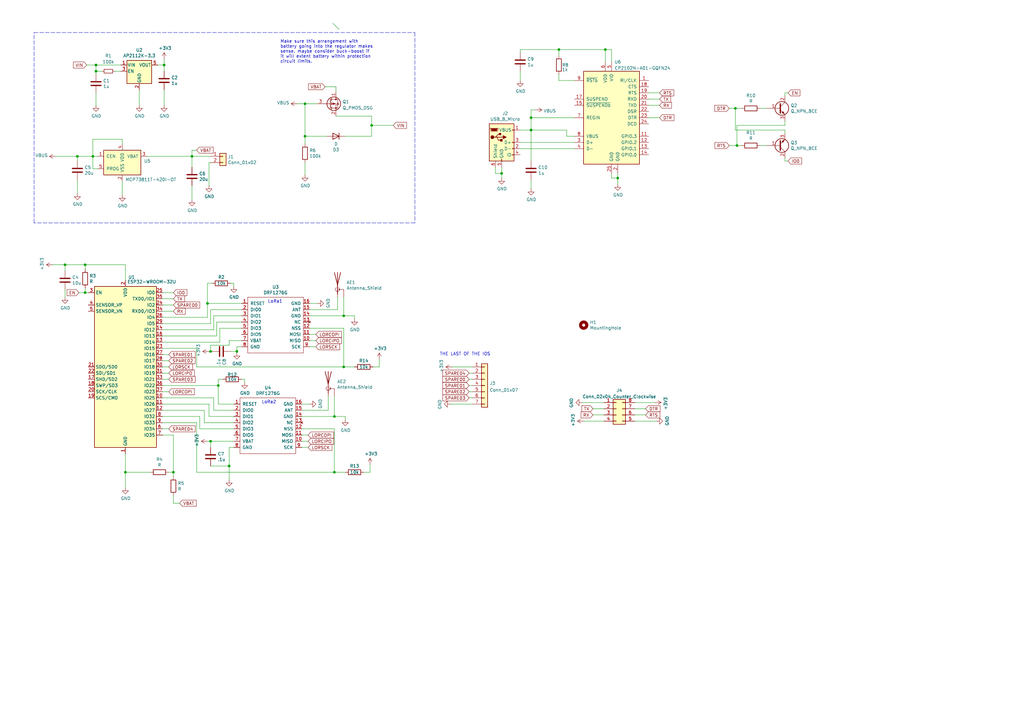
<source format=kicad_sch>
(kicad_sch (version 20211123) (generator eeschema)
  (paper "A3")
  (lib_symbols
    (symbol "Battery_Management:MCP73811T-420I-OT" (pin_names (offset 1.016))
      (property "Reference" "U" (at -6.35 6.35 0))
      (property "Value" "MCP73811T-420I-OT" (at 1.27 6.35 0))
      (symbol "MCP73811T-420I-OT_1_1"
        (pin input line (at -10.16 2.54 0) (length 2.54) (name "CEN") (number "1"))
        (pin power_in line (at 0 -7.62 90) (length 2.54) (name "VSS") (number "2"))
        (pin power_out line (at 10.16 2.54 180) (length 2.54) (name "VBAT") (number "3"))
        (pin power_in line (at 0 7.62 270) (length 2.54) (name "VDD") (number "4"))
        (pin input line (at -10.16 -2.54 0) (length 2.54) (name "PROG") (number "5"))
      )
    )
    (symbol "Connector_Generic:Conn_01x02" (pin_names (offset 1.016) hide)
      (property "Reference" "J" (at 0 2.54 0))
      (property "Value" "Conn_01x02" (at 0 -5.08 0))
      (symbol "Conn_01x02_1_1"
        (pin passive line (at -5.08 0 0) (length 3.81) (name "Pin_1") (number "1"))
        (pin passive line (at -5.08 -2.54 0) (length 3.81) (name "Pin_2") (number "2"))
      )
    )
    (symbol "Connector_Generic:Conn_01x07" (pin_names (offset 1.016) hide)
      (property "Reference" "J" (at 0 10.16 0))
      (property "Value" "Conn_01x07" (at 0 -10.16 0))
      (symbol "Conn_01x07_1_1"
        (pin passive line (at -5.08 7.62 0) (length 3.81) (name "Pin_1") (number "1"))
        (pin passive line (at -5.08 5.08 0) (length 3.81) (name "Pin_2") (number "2"))
        (pin passive line (at -5.08 2.54 0) (length 3.81) (name "Pin_3") (number "3"))
        (pin passive line (at -5.08 0 0) (length 3.81) (name "Pin_4") (number "4"))
        (pin passive line (at -5.08 -2.54 0) (length 3.81) (name "Pin_5") (number "5"))
        (pin passive line (at -5.08 -5.08 0) (length 3.81) (name "Pin_6") (number "6"))
        (pin passive line (at -5.08 -7.62 0) (length 3.81) (name "Pin_7") (number "7"))
      )
    )
    (symbol "Connector_Generic:Conn_02x04_Counter_Clockwise" (pin_names (offset 1.016) hide)
      (property "Reference" "J" (at 1.27 5.08 0))
      (property "Value" "Conn_02x04_Counter_Clockwise" (at 1.27 -7.62 0))
      (symbol "Conn_02x04_Counter_Clockwise_1_1"
        (pin passive line (at -5.08 2.54 0) (length 3.81) (name "Pin_1") (number "1"))
        (pin passive line (at -5.08 0 0) (length 3.81) (name "Pin_2") (number "2"))
        (pin passive line (at -5.08 -2.54 0) (length 3.81) (name "Pin_3") (number "3"))
        (pin passive line (at -5.08 -5.08 0) (length 3.81) (name "Pin_4") (number "4"))
        (pin passive line (at 7.62 -5.08 180) (length 3.81) (name "Pin_5") (number "5"))
        (pin passive line (at 7.62 -2.54 180) (length 3.81) (name "Pin_6") (number "6"))
        (pin passive line (at 7.62 0 180) (length 3.81) (name "Pin_7") (number "7"))
        (pin passive line (at 7.62 2.54 180) (length 3.81) (name "Pin_8") (number "8"))
      )
    )
    (symbol "Device:Antenna_Shield" (pin_numbers hide) (pin_names (offset 1.016) hide)
      (property "Reference" "AE" (at -1.905 4.445 0))
      (property "Value" "Antenna_Shield" (at -1.905 2.54 0))
      (symbol "Antenna_Shield_1_1"
        (pin input line (at 0 -5.08 90) (length 2.54) (name "A") (number "1"))
        (pin input line (at 2.54 -5.08 90) (length 2.54) (name "Shield") (number "2"))
      )
    )
    (symbol "Device:C" (pin_numbers hide) (pin_names (offset 0.254))
      (property "Reference" "C" (at 0.635 2.54 0))
      (property "Value" "C" (at 0.635 -2.54 0))
      (symbol "C_1_1"
        (pin passive line (at 0 3.81 270) (length 2.794) (name "~") (number "1"))
        (pin passive line (at 0 -3.81 90) (length 2.794) (name "~") (number "2"))
      )
    )
    (symbol "Device:D" (pin_numbers hide) (pin_names (offset 1.016) hide)
      (property "Reference" "D" (at 0 2.54 0))
      (property "Value" "D" (at 0 -2.54 0))
      (symbol "D_1_1"
        (pin passive line (at -3.81 0 0) (length 2.54) (name "K") (number "1"))
        (pin passive line (at 3.81 0 180) (length 2.54) (name "A") (number "2"))
      )
    )
    (symbol "Device:Q_NPN_BCE" (pin_names (offset 0) hide)
      (property "Reference" "Q" (at 5.08 1.27 0))
      (property "Value" "Q_NPN_BCE" (at 5.08 -1.27 0))
      (symbol "Q_NPN_BCE_1_1"
        (pin input line (at -5.08 0 0) (length 5.715) (name "B") (number "1"))
        (pin passive line (at 2.54 5.08 270) (length 2.54) (name "C") (number "2"))
        (pin passive line (at 2.54 -5.08 90) (length 2.54) (name "E") (number "3"))
      )
    )
    (symbol "Device:Q_PMOS_DSG" (pin_names (offset 0) hide)
      (property "Reference" "Q" (at 5.08 1.27 0))
      (property "Value" "Q_PMOS_DSG" (at 5.08 -1.27 0))
      (symbol "Q_PMOS_DSG_1_1"
        (pin passive line (at 2.54 5.08 270) (length 2.54) (name "D") (number "1"))
        (pin passive line (at 2.54 -5.08 90) (length 2.54) (name "S") (number "2"))
        (pin input line (at -5.08 0 0) (length 2.54) (name "G") (number "3"))
      )
    )
    (symbol "Device:R" (pin_numbers hide) (pin_names (offset 0))
      (property "Reference" "R" (at 2.032 0 90))
      (property "Value" "R" (at 0 0 90))
      (symbol "R_1_1"
        (pin passive line (at 0 3.81 270) (length 1.27) (name "~") (number "1"))
        (pin passive line (at 0 -3.81 90) (length 1.27) (name "~") (number "2"))
      )
    )
    (symbol "Device:R_Small" (pin_numbers hide) (pin_names (offset 0.254) hide)
      (property "Reference" "R" (at 0.762 0.508 0))
      (property "Value" "R_Small" (at 0.762 -1.016 0))
      (symbol "R_Small_1_1"
        (pin passive line (at 0 2.54 270) (length 0.762) (name "~") (number "1"))
        (pin passive line (at 0 -2.54 90) (length 0.762) (name "~") (number "2"))
      )
    )
    (symbol "Interface_USB:CP2102N-A01-GQFN24" (pin_names (offset 1.016))
      (property "Reference" "U" (at -5.08 22.225 0))
      (property "Value" "Interface_USB_CP2102N-A01-GQFN24" (at -5.08 20.32 0))
      (symbol "CP2102N-A01-GQFN24_1_1"
        (pin bidirectional line (at 15.24 15.24 180) (length 3.81) (name "RI/CLK") (number "1"))
        (pin no_connect line (at 10.16 -22.86 90) (length 3.81) hide (name "NC") (number "10"))
        (pin bidirectional line (at 15.24 -7.62 180) (length 3.81) (name "GPIO.3") (number "11"))
        (pin bidirectional line (at 15.24 -10.16 180) (length 3.81) (name "GPIO.2") (number "12"))
        (pin bidirectional line (at 15.24 -12.7 180) (length 3.81) (name "GPIO.1") (number "13"))
        (pin bidirectional line (at 15.24 -15.24 180) (length 3.81) (name "GPIO.0") (number "14"))
        (pin output line (at -15.24 5.08 0) (length 3.81) (name "~{SUSPENDb}") (number "15"))
        (pin no_connect line (at 7.62 -22.86 90) (length 3.81) hide (name "NC") (number "16"))
        (pin output line (at -15.24 7.62 0) (length 3.81) (name "SUSPEND") (number "17"))
        (pin input line (at 15.24 12.7 180) (length 3.81) (name "CTS") (number "18"))
        (pin output line (at 15.24 10.16 180) (length 3.81) (name "RTS") (number "19"))
        (pin power_in line (at 2.54 -22.86 90) (length 3.81) (name "GND") (number "2"))
        (pin input line (at 15.24 7.62 180) (length 3.81) (name "RXD") (number "20"))
        (pin output line (at 15.24 5.08 180) (length 3.81) (name "TXD") (number "21"))
        (pin input line (at 15.24 2.54 180) (length 3.81) (name "DSR") (number "22"))
        (pin output line (at 15.24 0 180) (length 3.81) (name "DTR") (number "23"))
        (pin input line (at 15.24 -2.54 180) (length 3.81) (name "DCD") (number "24"))
        (pin power_in line (at 0 -22.86 90) (length 3.81) (name "GND") (number "25"))
        (pin bidirectional line (at -15.24 -10.16 0) (length 3.81) (name "D+") (number "3"))
        (pin bidirectional line (at -15.24 -12.7 0) (length 3.81) (name "D-") (number "4"))
        (pin power_in line (at 0 22.86 270) (length 3.81) (name "VIO") (number "5"))
        (pin power_in line (at -2.54 22.86 270) (length 3.81) (name "VDD") (number "6"))
        (pin power_in line (at -15.24 0 0) (length 3.81) (name "REGIN") (number "7"))
        (pin input line (at -15.24 -7.62 0) (length 3.81) (name "VBUS") (number "8"))
        (pin input line (at -15.24 15.24 0) (length 3.81) (name "~{RSTb}") (number "9"))
      )
    )
    (symbol "Mechanical:MountingHole" (pin_names (offset 1.016))
      (property "Reference" "H" (at 0 5.08 0))
      (property "Value" "MountingHole" (at 0 3.175 0))
    )
    (symbol "RF_Module:ESP32-WROOM-32U"
      (property "Reference" "U" (at -12.7 34.29 0))
      (property "Value" "ESP32-WROOM-32U" (at 1.27 34.29 0))
      (symbol "ESP32-WROOM-32U_1_1"
        (pin power_in line (at 0 -35.56 90) (length 2.54) (name "GND") (number "1"))
        (pin bidirectional line (at 15.24 -12.7 180) (length 2.54) (name "IO25") (number "10"))
        (pin bidirectional line (at 15.24 -15.24 180) (length 2.54) (name "IO26") (number "11"))
        (pin bidirectional line (at 15.24 -17.78 180) (length 2.54) (name "IO27") (number "12"))
        (pin bidirectional line (at 15.24 10.16 180) (length 2.54) (name "IO14") (number "13"))
        (pin bidirectional line (at 15.24 15.24 180) (length 2.54) (name "IO12") (number "14"))
        (pin passive line (at 0 -35.56 90) (length 2.54) hide (name "GND") (number "15"))
        (pin bidirectional line (at 15.24 12.7 180) (length 2.54) (name "IO13") (number "16"))
        (pin bidirectional line (at -15.24 -5.08 0) (length 2.54) (name "SHD/SD2") (number "17"))
        (pin bidirectional line (at -15.24 -7.62 0) (length 2.54) (name "SWP/SD3") (number "18"))
        (pin bidirectional line (at -15.24 -12.7 0) (length 2.54) (name "SCS/CMD") (number "19"))
        (pin power_in line (at 0 35.56 270) (length 2.54) (name "VDD") (number "2"))
        (pin bidirectional line (at -15.24 -10.16 0) (length 2.54) (name "SCK/CLK") (number "20"))
        (pin bidirectional line (at -15.24 0 0) (length 2.54) (name "SDO/SD0") (number "21"))
        (pin bidirectional line (at -15.24 -2.54 0) (length 2.54) (name "SDI/SD1") (number "22"))
        (pin bidirectional line (at 15.24 7.62 180) (length 2.54) (name "IO15") (number "23"))
        (pin bidirectional line (at 15.24 25.4 180) (length 2.54) (name "IO2") (number "24"))
        (pin bidirectional line (at 15.24 30.48 180) (length 2.54) (name "IO0") (number "25"))
        (pin bidirectional line (at 15.24 20.32 180) (length 2.54) (name "IO4") (number "26"))
        (pin bidirectional line (at 15.24 5.08 180) (length 2.54) (name "IO16") (number "27"))
        (pin bidirectional line (at 15.24 2.54 180) (length 2.54) (name "IO17") (number "28"))
        (pin bidirectional line (at 15.24 17.78 180) (length 2.54) (name "IO5") (number "29"))
        (pin input line (at -15.24 30.48 0) (length 2.54) (name "EN") (number "3"))
        (pin bidirectional line (at 15.24 0 180) (length 2.54) (name "IO18") (number "30"))
        (pin bidirectional line (at 15.24 -2.54 180) (length 2.54) (name "IO19") (number "31"))
        (pin no_connect line (at -12.7 -27.94 0) (length 2.54) hide (name "NC") (number "32"))
        (pin bidirectional line (at 15.24 -5.08 180) (length 2.54) (name "IO21") (number "33"))
        (pin bidirectional line (at 15.24 22.86 180) (length 2.54) (name "RXD0/IO3") (number "34"))
        (pin bidirectional line (at 15.24 27.94 180) (length 2.54) (name "TXD0/IO1") (number "35"))
        (pin bidirectional line (at 15.24 -7.62 180) (length 2.54) (name "IO22") (number "36"))
        (pin bidirectional line (at 15.24 -10.16 180) (length 2.54) (name "IO23") (number "37"))
        (pin passive line (at 0 -35.56 90) (length 2.54) hide (name "GND") (number "38"))
        (pin passive line (at 0 -35.56 90) (length 2.54) hide (name "GND") (number "39"))
        (pin input line (at -15.24 25.4 0) (length 2.54) (name "SENSOR_VP") (number "4"))
        (pin input line (at -15.24 22.86 0) (length 2.54) (name "SENSOR_VN") (number "5"))
        (pin input line (at 15.24 -25.4 180) (length 2.54) (name "IO34") (number "6"))
        (pin input line (at 15.24 -27.94 180) (length 2.54) (name "IO35") (number "7"))
        (pin bidirectional line (at 15.24 -20.32 180) (length 2.54) (name "IO32") (number "8"))
        (pin bidirectional line (at 15.24 -22.86 180) (length 2.54) (name "IO33") (number "9"))
      )
    )
    (symbol "Regulator_Linear:AP2112K-3.3" (pin_names (offset 0.254))
      (property "Reference" "U" (at -5.08 5.715 0))
      (property "Value" "AP2112K-3.3" (at 0 5.715 0))
      (symbol "AP2112K-3.3_1_1"
        (pin power_in line (at -7.62 2.54 0) (length 2.54) (name "VIN") (number "1"))
        (pin power_in line (at 0 -7.62 90) (length 2.54) (name "GND") (number "2"))
        (pin input line (at -7.62 0 0) (length 2.54) (name "EN") (number "3"))
        (pin no_connect line (at 5.08 0 180) (length 2.54) hide (name "NC") (number "4"))
        (pin power_out line (at 7.62 2.54 180) (length 2.54) (name "VOUT") (number "5"))
      )
    )
    (symbol "loranet2-rescue:USB_B_Micro-Connector" (pin_names (offset 1.016))
      (property "Reference" "J" (at -5.08 11.43 0))
      (property "Value" "USB_B_Micro-Connector" (at -5.08 8.89 0))
      (symbol "USB_B_Micro-Connector_1_1"
        (pin power_out line (at 7.62 5.08 180) (length 2.54) (name "VBUS") (number "1"))
        (pin passive line (at 7.62 -2.54 180) (length 2.54) (name "D-") (number "2"))
        (pin passive line (at 7.62 0 180) (length 2.54) (name "D+") (number "3"))
        (pin passive line (at 7.62 -5.08 180) (length 2.54) (name "ID") (number "4"))
        (pin power_out line (at 0 -10.16 90) (length 2.54) (name "GND") (number "5"))
        (pin passive line (at -2.54 -10.16 90) (length 2.54) (name "Shield") (number "6"))
      )
    )
    (symbol "loranet2:DRF1276G" (pin_names (offset 1.016))
      (property "Reference" "U" (at 0 -12.7 0))
      (property "Value" "DRF1276G" (at 0 15.24 0))
      (symbol "DRF1276G_1_1"
        (pin input line (at -15.24 10.16 0) (length 2.54) (name "RESET") (number "1"))
        (pin bidirectional line (at 12.7 -5.08 180) (length 2.54) (name "MISO") (number "10"))
        (pin bidirectional line (at 12.7 -2.54 180) (length 2.54) (name "MOSI") (number "11"))
        (pin input line (at 12.7 0 180) (length 2.54) (name "NSS") (number "12"))
        (pin no_connect line (at 12.7 2.54 180) (length 2.54) (name "NC") (number "13"))
        (pin power_in line (at 12.7 5.08 180) (length 2.54) (name "GND") (number "14"))
        (pin bidirectional line (at 12.7 7.62 180) (length 2.54) (name "ANT") (number "15"))
        (pin power_in line (at 12.7 10.16 180) (length 2.54) (name "GND") (number "16"))
        (pin bidirectional line (at -15.24 7.62 0) (length 2.54) (name "DIO0") (number "2"))
        (pin bidirectional line (at -15.24 5.08 0) (length 2.54) (name "DIO1") (number "3"))
        (pin bidirectional line (at -15.24 2.54 0) (length 2.54) (name "DIO2") (number "4"))
        (pin bidirectional line (at -15.24 0 0) (length 2.54) (name "DIO3") (number "5"))
        (pin bidirectional line (at -15.24 -2.54 0) (length 2.54) (name "DIO5") (number "6"))
        (pin power_in line (at -15.24 -5.08 0) (length 2.54) (name "VBAT") (number "7"))
        (pin power_in line (at -15.24 -7.62 0) (length 2.54) (name "GND") (number "8"))
        (pin input line (at 12.7 -7.62 180) (length 2.54) (name "SCK") (number "9"))
      )
    )
    (symbol "power:+3V3" (power) (pin_names (offset 0))
      (property "Value" "+3V3" (at 0 3.556 0))
      (symbol "+3V3_1_1"
        (pin power_in line (at 0 0 90) (length 0) hide (name "+3V3") (number "1"))
      )
    )
    (symbol "power:GND" (power) (pin_names (offset 0))
      (property "Value" "GND" (at 0 -3.81 0))
      (symbol "GND_1_1"
        (pin power_in line (at 0 0 270) (length 0) hide (name "GND") (number "1"))
      )
    )
    (symbol "power:VBUS" (power) (pin_names (offset 0))
      (property "Value" "VBUS" (at 0 3.81 0))
      (symbol "VBUS_1_1"
        (pin power_in line (at 0 0 90) (length 0) hide (name "VBUS") (number "1"))
      )
    )
  )
  (junction (at 152.4 51.435))
  (junction (at 137.16 170.815))
  (junction (at 51.435 193.675))
  (junction (at 85.09 124.46))
  (junction (at 205.74 71.12))
  (junction (at 93.98 191.135))
  (junction (at 301.625 44.45))
  (junction (at 125.095 55.88))
  (junction (at 140.97 150.495))
  (junction (at 89.535 158.115))
  (junction (at 97.155 144.145))
  (junction (at 86.36 180.975))
  (junction (at 39.37 29.21))
  (junction (at 67.31 26.67))
  (junction (at 31.75 64.135))
  (junction (at 302.26 59.69))
  (junction (at 86.36 144.145))
  (junction (at 78.74 64.135))
  (junction (at 38.1 64.135))
  (junction (at 39.37 26.67))
  (junction (at 140.97 129.54))
  (junction (at 253.365 73.025))
  (junction (at 248.285 20.32))
  (junction (at 229.235 20.32))
  (junction (at 217.805 53.34))
  (junction (at 217.805 48.26))
  (junction (at 71.12 193.675))
  (junction (at 34.925 120.015))
  (junction (at 34.925 108.585))
  (junction (at 26.67 108.585))
  (junction (at 137.16 193.675))
  (junction (at 125.095 42.545))
  (bus_entry (at 136.525 9.525) (size 2.54 2.54))
  (wire (pts (xy 67.31 26.67) (xy 67.31 24.13)))
  (wire (pts (xy 217.805 48.26) (xy 235.585 48.26)))
  (wire (pts (xy 140.97 134.62) (xy 140.97 150.495)))
  (wire (pts (xy 217.805 48.26) (xy 217.805 45.085)))
  (wire (pts (xy 125.095 42.545) (xy 130.175 42.545)))
  (wire (pts (xy 31.75 64.135) (xy 38.1 64.135)))
  (wire (pts (xy 87.63 163.195) (xy 87.63 168.275)))
  (wire (pts (xy 140.97 150.495) (xy 145.415 150.495)))
  (wire (pts (xy 213.36 53.34) (xy 217.805 53.34)))
  (wire (pts (xy 26.67 108.585) (xy 34.925 108.585)))
  (wire (pts (xy 78.74 64.135) (xy 78.74 68.58)))
  (wire (pts (xy 66.675 135.255) (xy 87.63 135.255)))
  (wire (pts (xy 321.945 53.34) (xy 321.945 54.61)))
  (wire (pts (xy 129.54 139.7) (xy 127 139.7)))
  (wire (pts (xy 89.535 155.575) (xy 91.44 155.575)))
  (wire (pts (xy 125.095 42.545) (xy 125.095 55.88)))
  (wire (pts (xy 86.36 127) (xy 99.06 127)))
  (wire (pts (xy 83.82 168.275) (xy 83.82 173.355)))
  (wire (pts (xy 93.98 139.7) (xy 99.06 139.7)))
  (wire (pts (xy 89.535 155.575) (xy 89.535 158.115)))
  (wire (pts (xy 85.725 66.675) (xy 86.36 66.675)))
  (wire (pts (xy 321.945 64.77) (xy 321.945 66.04)))
  (wire (pts (xy 205.74 71.12) (xy 205.74 73.025)))
  (wire (pts (xy 138.43 127) (xy 138.43 121.92)))
  (wire (pts (xy 270.51 48.26) (xy 266.065 48.26)))
  (wire (pts (xy 21.59 108.585) (xy 26.67 108.585)))
  (wire (pts (xy 81.915 175.895) (xy 81.915 170.815)))
  (wire (pts (xy 321.945 49.53) (xy 321.945 51.435)))
  (wire (pts (xy 85.09 180.975) (xy 86.36 180.975)))
  (wire (pts (xy 93.98 141.605) (xy 93.98 139.7)))
  (wire (pts (xy 137.16 193.675) (xy 141.605 193.675)))
  (wire (pts (xy 260.35 170.18) (xy 264.795 170.18)))
  (wire (pts (xy 86.36 144.145) (xy 85.725 144.145)))
  (wire (pts (xy 137.795 47.625) (xy 152.4 47.625)))
  (wire (pts (xy 51.435 108.585) (xy 51.435 114.935)))
  (wire (pts (xy 149.225 193.675) (xy 151.765 193.675)))
  (wire (pts (xy 217.805 53.34) (xy 217.805 48.26)))
  (wire (pts (xy 95.885 117.475) (xy 95.885 116.205)))
  (wire (pts (xy 39.37 26.67) (xy 39.37 29.21)))
  (wire (pts (xy 41.91 29.21) (xy 39.37 29.21)))
  (wire (pts (xy 311.785 44.45) (xy 314.325 44.45)))
  (wire (pts (xy 71.12 203.2) (xy 71.12 206.375)))
  (wire (pts (xy 34.925 110.49) (xy 34.925 108.585)))
  (wire (pts (xy 127 134.62) (xy 140.97 134.62)))
  (wire (pts (xy 66.675 137.795) (xy 88.9 137.795)))
  (wire (pts (xy 203.2 68.58) (xy 203.2 71.12)))
  (wire (pts (xy 40.005 69.215) (xy 38.1 69.215)))
  (wire (pts (xy 67.31 43.18) (xy 67.31 36.83)))
  (wire (pts (xy 85.725 76.2) (xy 85.725 66.675)))
  (wire (pts (xy 125.095 66.675) (xy 125.095 71.755)))
  (wire (pts (xy 121.92 42.545) (xy 125.095 42.545)))
  (wire (pts (xy 123.825 175.895) (xy 137.16 175.895)))
  (wire (pts (xy 66.675 173.355) (xy 80.645 173.355)))
  (wire (pts (xy 141.605 170.815) (xy 141.605 172.085)))
  (wire (pts (xy 140.97 121.92) (xy 140.97 129.54)))
  (wire (pts (xy 248.285 25.4) (xy 248.285 20.32)))
  (wire (pts (xy 39.37 38.1) (xy 39.37 43.18)))
  (wire (pts (xy 88.9 137.795) (xy 88.9 132.08)))
  (wire (pts (xy 213.36 33.02) (xy 213.36 29.21)))
  (wire (pts (xy 323.215 38.1) (xy 321.945 38.1)))
  (wire (pts (xy 311.785 59.69) (xy 314.325 59.69)))
  (wire (pts (xy 22.86 64.135) (xy 31.75 64.135)))
  (wire (pts (xy 229.235 20.32) (xy 248.285 20.32)))
  (wire (pts (xy 229.235 30.48) (xy 229.235 33.02)))
  (wire (pts (xy 86.36 141.605) (xy 86.36 144.145)))
  (wire (pts (xy 93.98 183.515) (xy 93.98 191.135)))
  (wire (pts (xy 270.51 40.64) (xy 266.065 40.64)))
  (wire (pts (xy 66.675 132.715) (xy 86.36 132.715)))
  (wire (pts (xy 137.795 35.56) (xy 137.795 37.465)))
  (wire (pts (xy 66.675 140.335) (xy 90.17 140.335)))
  (wire (pts (xy 46.99 29.21) (xy 49.53 29.21)))
  (wire (pts (xy 51.435 186.055) (xy 51.435 193.675)))
  (wire (pts (xy 31.75 79.375) (xy 31.75 73.66)))
  (wire (pts (xy 50.165 57.15) (xy 50.165 59.055)))
  (wire (pts (xy 57.15 43.18) (xy 57.15 36.83)))
  (wire (pts (xy 64.77 26.67) (xy 67.31 26.67)))
  (wire (pts (xy 35.56 26.67) (xy 39.37 26.67)))
  (wire (pts (xy 81.915 170.815) (xy 66.675 170.815)))
  (wire (pts (xy 71.12 122.555) (xy 66.675 122.555)))
  (wire (pts (xy 217.805 53.34) (xy 217.805 66.04)))
  (wire (pts (xy 243.205 170.18) (xy 247.65 170.18)))
  (wire (pts (xy 152.4 51.435) (xy 152.4 55.88)))
  (wire (pts (xy 151.765 190.5) (xy 151.765 193.675)))
  (wire (pts (xy 39.37 29.21) (xy 39.37 30.48)))
  (wire (pts (xy 184.785 165.735) (xy 193.675 165.735)))
  (wire (pts (xy 66.675 130.175) (xy 85.09 130.175)))
  (wire (pts (xy 86.36 132.715) (xy 86.36 127)))
  (wire (pts (xy 301.625 44.45) (xy 301.625 53.34)))
  (wire (pts (xy 71.12 193.675) (xy 71.12 195.58)))
  (wire (pts (xy 80.645 142.875) (xy 80.645 150.495)))
  (wire (pts (xy 134.62 162.56) (xy 134.62 168.275)))
  (wire (pts (xy 39.37 26.67) (xy 49.53 26.67)))
  (wire (pts (xy 134.62 168.275) (xy 123.825 168.275)))
  (wire (pts (xy 127 142.24) (xy 129.54 142.24)))
  (wire (pts (xy 86.36 144.145) (xy 86.995 144.145)))
  (wire (pts (xy 141.605 55.88) (xy 152.4 55.88)))
  (wire (pts (xy 69.215 193.675) (xy 71.12 193.675)))
  (wire (pts (xy 130.175 124.46) (xy 127 124.46)))
  (wire (pts (xy 205.74 71.12) (xy 205.74 68.58)))
  (wire (pts (xy 34.925 120.015) (xy 36.195 120.015)))
  (wire (pts (xy 238.76 165.1) (xy 247.65 165.1)))
  (wire (pts (xy 94.615 144.145) (xy 97.155 144.145)))
  (wire (pts (xy 269.24 172.72) (xy 260.35 172.72)))
  (wire (pts (xy 155.575 147.32) (xy 155.575 150.495)))
  (wire (pts (xy 213.36 20.32) (xy 213.36 21.59)))
  (polyline (pts (xy 170.18 13.335) (xy 170.18 91.44)))
  (wire (pts (xy 86.36 180.975) (xy 95.885 180.975)))
  (wire (pts (xy 71.12 120.015) (xy 66.675 120.015)))
  (wire (pts (xy 31.75 66.04) (xy 31.75 64.135)))
  (wire (pts (xy 85.09 124.46) (xy 99.06 124.46)))
  (wire (pts (xy 89.535 165.735) (xy 95.885 165.735)))
  (wire (pts (xy 38.1 64.135) (xy 38.1 57.15)))
  (wire (pts (xy 123.825 178.435) (xy 126.365 178.435)))
  (wire (pts (xy 66.675 168.275) (xy 83.82 168.275)))
  (wire (pts (xy 97.155 144.78) (xy 97.155 144.145)))
  (wire (pts (xy 97.155 142.24) (xy 99.06 142.24)))
  (wire (pts (xy 32.385 120.015) (xy 34.925 120.015)))
  (wire (pts (xy 239.395 172.72) (xy 247.65 172.72)))
  (wire (pts (xy 66.675 147.955) (xy 69.215 147.955)))
  (wire (pts (xy 85.725 165.735) (xy 66.675 165.735)))
  (wire (pts (xy 137.16 175.895) (xy 137.16 193.675)))
  (wire (pts (xy 213.36 20.32) (xy 229.235 20.32)))
  (wire (pts (xy 253.365 73.025) (xy 253.365 71.12)))
  (wire (pts (xy 137.16 170.815) (xy 141.605 170.815)))
  (wire (pts (xy 250.825 20.32) (xy 250.825 25.4)))
  (wire (pts (xy 217.805 53.34) (xy 232.41 53.34)))
  (wire (pts (xy 66.675 178.435) (xy 71.12 178.435)))
  (wire (pts (xy 60.325 64.135) (xy 78.74 64.135)))
  (wire (pts (xy 26.67 121.92) (xy 26.67 118.745)))
  (wire (pts (xy 80.645 61.595) (xy 78.74 61.595)))
  (wire (pts (xy 301.625 44.45) (xy 304.165 44.45)))
  (wire (pts (xy 235.585 60.96) (xy 213.36 60.96)))
  (polyline (pts (xy 170.18 91.44) (xy 13.97 91.44)))
  (wire (pts (xy 232.41 55.88) (xy 235.585 55.88)))
  (wire (pts (xy 83.82 173.355) (xy 95.885 173.355)))
  (wire (pts (xy 133.35 35.56) (xy 137.795 35.56)))
  (wire (pts (xy 270.51 38.1) (xy 266.065 38.1)))
  (wire (pts (xy 193.675 158.115) (xy 192.405 158.115)))
  (wire (pts (xy 66.675 145.415) (xy 69.215 145.415)))
  (wire (pts (xy 95.885 116.205) (xy 94.615 116.205)))
  (wire (pts (xy 248.285 20.32) (xy 250.825 20.32)))
  (wire (pts (xy 71.12 206.375) (xy 73.66 206.375)))
  (wire (pts (xy 51.435 193.675) (xy 51.435 200.025)))
  (wire (pts (xy 38.1 64.135) (xy 38.1 69.215)))
  (wire (pts (xy 80.645 193.675) (xy 137.16 193.675)))
  (wire (pts (xy 34.925 108.585) (xy 51.435 108.585)))
  (wire (pts (xy 78.74 61.595) (xy 78.74 64.135)))
  (wire (pts (xy 100.33 155.575) (xy 99.06 155.575)))
  (wire (pts (xy 127 129.54) (xy 140.97 129.54)))
  (wire (pts (xy 304.165 59.69) (xy 302.26 59.69)))
  (wire (pts (xy 192.405 160.655) (xy 193.675 160.655)))
  (wire (pts (xy 321.945 51.435) (xy 302.26 51.435)))
  (wire (pts (xy 229.235 22.86) (xy 229.235 20.32)))
  (wire (pts (xy 66.675 150.495) (xy 69.215 150.495)))
  (wire (pts (xy 86.36 180.975) (xy 86.36 183.515)))
  (wire (pts (xy 93.98 183.515) (xy 95.885 183.515)))
  (wire (pts (xy 80.645 142.875) (xy 66.675 142.875)))
  (wire (pts (xy 192.405 155.575) (xy 193.675 155.575)))
  (wire (pts (xy 71.12 178.435) (xy 71.12 193.675)))
  (wire (pts (xy 87.63 135.255) (xy 87.63 129.54)))
  (wire (pts (xy 88.9 132.08) (xy 99.06 132.08)))
  (wire (pts (xy 123.825 170.815) (xy 137.16 170.815)))
  (wire (pts (xy 217.805 45.085) (xy 219.71 45.085)))
  (wire (pts (xy 243.205 167.64) (xy 247.65 167.64)))
  (wire (pts (xy 87.63 168.275) (xy 95.885 168.275)))
  (wire (pts (xy 40.005 64.135) (xy 38.1 64.135)))
  (wire (pts (xy 145.415 129.54) (xy 145.415 130.81)))
  (wire (pts (xy 66.675 160.655) (xy 69.215 160.655)))
  (wire (pts (xy 34.925 118.11) (xy 34.925 120.015)))
  (wire (pts (xy 66.675 163.195) (xy 87.63 163.195)))
  (wire (pts (xy 302.26 59.69) (xy 299.085 59.69)))
  (wire (pts (xy 126.365 180.975) (xy 123.825 180.975)))
  (wire (pts (xy 321.945 38.1) (xy 321.945 39.37)))
  (wire (pts (xy 86.36 191.135) (xy 93.98 191.135)))
  (wire (pts (xy 127 127) (xy 138.43 127)))
  (wire (pts (xy 213.36 58.42) (xy 235.585 58.42)))
  (wire (pts (xy 235.585 33.02) (xy 229.235 33.02)))
  (wire (pts (xy 93.98 191.135) (xy 93.98 196.85)))
  (wire (pts (xy 26.67 108.585) (xy 26.67 111.125)))
  (wire (pts (xy 50.165 80.01) (xy 50.165 74.295)))
  (wire (pts (xy 232.41 53.34) (xy 232.41 55.88)))
  (wire (pts (xy 301.625 53.34) (xy 321.945 53.34)))
  (wire (pts (xy 67.31 26.67) (xy 67.31 29.21)))
  (wire (pts (xy 299.085 44.45) (xy 301.625 44.45)))
  (wire (pts (xy 95.885 175.895) (xy 81.915 175.895)))
  (wire (pts (xy 90.17 140.335) (xy 90.17 134.62)))
  (wire (pts (xy 66.675 125.095) (xy 71.12 125.095)))
  (wire (pts (xy 321.945 66.04) (xy 323.215 66.04)))
  (wire (pts (xy 66.675 175.895) (xy 69.215 175.895)))
  (wire (pts (xy 137.16 162.56) (xy 137.16 170.815)))
  (wire (pts (xy 185.42 150.495) (xy 193.675 150.495)))
  (wire (pts (xy 125.095 55.88) (xy 125.095 59.055)))
  (wire (pts (xy 153.035 150.495) (xy 155.575 150.495)))
  (wire (pts (xy 78.74 81.915) (xy 78.74 76.2)))
  (wire (pts (xy 192.405 163.195) (xy 193.675 163.195)))
  (wire (pts (xy 268.605 165.1) (xy 260.35 165.1)))
  (wire (pts (xy 89.535 158.115) (xy 89.535 165.735)))
  (polyline (pts (xy 13.97 13.335) (xy 170.18 13.335)))
  (wire (pts (xy 97.155 144.145) (xy 97.155 142.24)))
  (wire (pts (xy 123.825 183.515) (xy 126.365 183.515)))
  (wire (pts (xy 51.435 193.675) (xy 61.595 193.675)))
  (wire (pts (xy 80.645 150.495) (xy 140.97 150.495)))
  (wire (pts (xy 85.09 116.205) (xy 86.995 116.205)))
  (polyline (pts (xy 13.97 91.44) (xy 13.97 13.335)))
  (wire (pts (xy 85.09 124.46) (xy 85.09 116.205)))
  (wire (pts (xy 86.36 141.605) (xy 93.98 141.605)))
  (wire (pts (xy 71.12 127.635) (xy 66.675 127.635)))
  (wire (pts (xy 161.29 51.435) (xy 152.4 51.435)))
  (wire (pts (xy 85.09 130.175) (xy 85.09 124.46)))
  (wire (pts (xy 217.805 77.47) (xy 217.805 73.66)))
  (wire (pts (xy 260.35 167.64) (xy 264.795 167.64)))
  (wire (pts (xy 90.17 134.62) (xy 99.06 134.62)))
  (wire (pts (xy 193.675 153.035) (xy 192.405 153.035)))
  (wire (pts (xy 270.51 43.18) (xy 266.065 43.18)))
  (wire (pts (xy 69.215 153.035) (xy 66.675 153.035)))
  (wire (pts (xy 133.985 55.88) (xy 125.095 55.88)))
  (wire (pts (xy 38.1 57.15) (xy 50.165 57.15)))
  (wire (pts (xy 66.675 155.575) (xy 69.215 155.575)))
  (wire (pts (xy 85.725 170.815) (xy 85.725 165.735)))
  (wire (pts (xy 250.825 71.12) (xy 250.825 73.025)))
  (wire (pts (xy 66.675 158.115) (xy 89.535 158.115)))
  (wire (pts (xy 127 165.735) (xy 123.825 165.735)))
  (wire (pts (xy 86.36 64.135) (xy 78.74 64.135)))
  (wire (pts (xy 87.63 129.54) (xy 99.06 129.54)))
  (wire (pts (xy 127 137.16) (xy 129.54 137.16)))
  (wire (pts (xy 100.33 156.845) (xy 100.33 155.575)))
  (wire (pts (xy 80.645 173.355) (xy 80.645 193.675)))
  (wire (pts (xy 152.4 47.625) (xy 152.4 51.435)))
  (wire (pts (xy 253.365 75.565) (xy 253.365 73.025)))
  (wire (pts (xy 302.26 51.435) (xy 302.26 59.69)))
  (wire (pts (xy 140.97 129.54) (xy 145.415 129.54)))
  (wire (pts (xy 203.2 71.12) (xy 205.74 71.12)))
  (wire (pts (xy 250.825 73.025) (xy 253.365 73.025)))
  (wire (pts (xy 95.885 170.815) (xy 85.725 170.815)))
  (text "LoRa2" (at 107.315 165.735 0) (effects (font (size 1.27 1.27)) (justify left bottom)))
  (text "THE LAST OF THE IOS" (at 180.34 146.05 0) (effects (font (size 1.27 1.27)) (justify left bottom)))
  (text "LoRa1" (at 109.855 124.46 0) (effects (font (size 1.27 1.27)) (justify left bottom)))
  (text "Make sure this arrangement with\nbattery going into the regulator makes\nsense. maybe consider buck-boost if\nit will extent battery within protection\ncircuit limits." (at 114.935 26.035 0) (effects (font (size 1.27 1.27)) (justify left bottom)))
  (global_label "IO0" (shape input) (at 323.215 66.04 0) (property "Intersheet References" "${INTERSHEET_REFS}" (effects hide)))
  (global_label "SPARE02" (shape input) (at 192.405 160.655 180) (property "Intersheet References" "${INTERSHEET_REFS}" (effects hide)))
  (global_label "EN" (shape input) (at 32.385 120.015 180) (property "Intersheet References" "${INTERSHEET_REFS}" (effects hide)))
  (global_label "RTS" (shape input) (at 299.085 59.69 180) (property "Intersheet References" "${INTERSHEET_REFS}" (effects hide)))
  (global_label "VIN" (shape input) (at 35.56 26.67 180) (property "Intersheet References" "${INTERSHEET_REFS}" (effects hide)))
  (global_label "TX" (shape input) (at 243.205 167.64 180) (property "Intersheet References" "${INTERSHEET_REFS}" (effects hide)))
  (global_label "DTR" (shape input) (at 299.085 44.45 180) (property "Intersheet References" "${INTERSHEET_REFS}" (effects hide)))
  (global_label "LORCIPO" (shape input) (at 126.365 180.975 0) (property "Intersheet References" "${INTERSHEET_REFS}" (effects hide)))
  (global_label "TX" (shape input) (at 270.51 40.64 0) (property "Intersheet References" "${INTERSHEET_REFS}" (effects hide)))
  (global_label "SPARE03" (shape input) (at 69.215 155.575 0) (property "Intersheet References" "${INTERSHEET_REFS}" (effects hide)))
  (global_label "DTR" (shape input) (at 270.51 48.26 0) (property "Intersheet References" "${INTERSHEET_REFS}" (effects hide)))
  (global_label "VIN" (shape input) (at 161.29 51.435 0) (property "Intersheet References" "${INTERSHEET_REFS}" (effects hide)))
  (global_label "LORSCK" (shape input) (at 129.54 142.24 0) (property "Intersheet References" "${INTERSHEET_REFS}" (effects hide)))
  (global_label "LORSCK" (shape input) (at 69.215 150.495 0) (property "Intersheet References" "${INTERSHEET_REFS}" (effects hide)))
  (global_label "TX" (shape input) (at 71.12 122.555 0) (property "Intersheet References" "${INTERSHEET_REFS}" (effects hide)))
  (global_label "SPARE04" (shape input) (at 192.405 153.035 180) (property "Intersheet References" "${INTERSHEET_REFS}" (effects hide)))
  (global_label "SPARE04" (shape input) (at 69.215 175.895 0) (property "Intersheet References" "${INTERSHEET_REFS}" (effects hide)))
  (global_label "LORCOPI" (shape input) (at 69.215 160.655 0) (property "Intersheet References" "${INTERSHEET_REFS}" (effects hide)))
  (global_label "LORCIPO" (shape input) (at 69.215 153.035 0) (property "Intersheet References" "${INTERSHEET_REFS}" (effects hide)))
  (global_label "IO0" (shape input) (at 71.12 120.015 0) (property "Intersheet References" "${INTERSHEET_REFS}" (effects hide)))
  (global_label "SPARE01" (shape input) (at 69.215 145.415 0) (property "Intersheet References" "${INTERSHEET_REFS}" (effects hide)))
  (global_label "SPARE02" (shape input) (at 69.215 147.955 0) (property "Intersheet References" "${INTERSHEET_REFS}" (effects hide)))
  (global_label "RX" (shape input) (at 71.12 127.635 0) (property "Intersheet References" "${INTERSHEET_REFS}" (effects hide)))
  (global_label "SPARE03" (shape input) (at 192.405 163.195 180) (property "Intersheet References" "${INTERSHEET_REFS}" (effects hide)))
  (global_label "VBAT" (shape input) (at 73.66 206.375 0) (property "Intersheet References" "${INTERSHEET_REFS}" (effects hide)))
  (global_label "VBAT" (shape input) (at 133.35 35.56 180) (property "Intersheet References" "${INTERSHEET_REFS}" (effects hide)))
  (global_label "SPARE01" (shape input) (at 192.405 158.115 180) (property "Intersheet References" "${INTERSHEET_REFS}" (effects hide)))
  (global_label "LORSCK" (shape input) (at 126.365 183.515 0) (property "Intersheet References" "${INTERSHEET_REFS}" (effects hide)))
  (global_label "SPARE00" (shape input) (at 71.12 125.095 0) (property "Intersheet References" "${INTERSHEET_REFS}" (effects hide)))
  (global_label "RX" (shape input) (at 243.205 170.18 180) (property "Intersheet References" "${INTERSHEET_REFS}" (effects hide)))
  (global_label "DTR" (shape input) (at 264.795 167.64 0) (property "Intersheet References" "${INTERSHEET_REFS}" (effects hide)))
  (global_label "RTS" (shape input) (at 270.51 38.1 0) (property "Intersheet References" "${INTERSHEET_REFS}" (effects hide)))
  (global_label "LORCIPO" (shape input) (at 129.54 139.7 0) (property "Intersheet References" "${INTERSHEET_REFS}" (effects hide)))
  (global_label "LORCOPI" (shape input) (at 126.365 178.435 0) (property "Intersheet References" "${INTERSHEET_REFS}" (effects hide)))
  (global_label "SPARE00" (shape input) (at 192.405 155.575 180) (property "Intersheet References" "${INTERSHEET_REFS}" (effects hide)))
  (global_label "EN" (shape input) (at 323.215 38.1 0) (property "Intersheet References" "${INTERSHEET_REFS}" (effects hide)))
  (global_label "RTS" (shape input) (at 264.795 170.18 0) (property "Intersheet References" "${INTERSHEET_REFS}" (effects hide)))
  (global_label "RX" (shape input) (at 270.51 43.18 0) (property "Intersheet References" "${INTERSHEET_REFS}" (effects hide)))
  (global_label "VBAT" (shape input) (at 80.645 61.595 0) (property "Intersheet References" "${INTERSHEET_REFS}" (effects hide)))
  (global_label "LORCOPI" (shape input) (at 129.54 137.16 0) (property "Intersheet References" "${INTERSHEET_REFS}" (effects hide)))
  (symbol (lib_id "loranet2:DRF1276G") (at 114.3 134.62 0) (unit 1)
    (property "Reference" "U3" (at 113.03 117.729 0))
    (property "Value" "DRF1276G" (at 113.03 120.0404 0))
    (property "Footprint" "loranet2:DRF1276G" (effects hide))
  )
  (symbol (lib_id "loranet2:DRF1276G") (at 111.125 175.895 0) (unit 1)
    (property "Reference" "U4" (at 109.855 159.004 0))
    (property "Value" "DRF1276G" (at 109.855 161.3154 0))
    (property "Footprint" "loranet2:DRF1276G" (effects hide))
  )
  (symbol (lib_id "RF_Module:ESP32-WROOM-32U") (at 51.435 150.495 0) (unit 1)
    (property "Reference" "U1" (at 53.975 113.665 0))
    (property "Value" "ESP32-WROOM-32U" (at 62.23 115.57 0))
    (property "Footprint" "RF_Module:ESP32-WROOM-32U" (effects hide))
    (property "Datasheet" "https://www.espressif.com/sites/default/files/documentation/esp32-wroom-32d_esp32-wroom-32u_datasheet_en.pdf" (effects hide))
  )
  (symbol (lib_id "Device:Antenna_Shield") (at 138.43 116.84 0) (unit 1)
    (property "Reference" "AE1" (at 142.0876 115.8494 0) (effects (justify left)))
    (property "Value" "Antenna_Shield" (at 142.0876 118.1608 0) (effects (justify left)))
    (property "Footprint" "Connector_Coaxial:U.FL_Hirose_U.FL-R-SMT-1_Vertical" (effects hide))
  )
  (symbol (lib_id "Device:Antenna_Shield") (at 134.62 157.48 0) (unit 1)
    (property "Reference" "AE2" (at 138.2776 156.4894 0) (effects (justify left)))
    (property "Value" "Antenna_Shield" (at 138.2776 158.8008 0) (effects (justify left)))
    (property "Footprint" "Connector_Coaxial:U.FL_Hirose_U.FL-R-SMT-1_Vertical" (effects hide))
  )
  (symbol (lib_id "power:GND") (at 141.605 172.085 0) (unit 1)
    (property "Reference" "#PWR0102" (effects hide))
    (property "Value" "GND" (at 141.732 176.4792 0))
  )
  (symbol (lib_id "Interface_USB:CP2102N-A01-GQFN24") (at 250.825 48.26 0) (unit 1)
    (property "Reference" "U6" (at 253.365 25.4 0))
    (property "Value" "CP2102N-A01-GQFN24" (at 263.525 27.94 0))
    (property "Footprint" "Package_DFN_QFN:QFN-24-1EP_4x4mm_P0.5mm_EP2.6x2.6mm" (effects hide))
    (property "Datasheet" "https://www.silabs.com/documents/public/data-sheets/cp2102n-datasheet.pdf" (effects hide))
  )
  (symbol (lib_id "power:VBUS") (at 121.92 42.545 90) (unit 1)
    (property "Reference" "#PWR0104" (effects hide))
    (property "Value" "VBUS" (at 118.6942 42.164 90) (effects (justify left)))
  )
  (symbol (lib_id "power:GND") (at 57.15 43.18 0) (unit 1)
    (property "Reference" "#PWR0105" (effects hide))
    (property "Value" "GND" (at 57.277 47.5742 0))
  )
  (symbol (lib_id "power:GND") (at 39.37 43.18 0) (unit 1)
    (property "Reference" "#PWR0106" (effects hide))
    (property "Value" "GND" (at 39.497 47.5742 0))
  )
  (symbol (lib_id "power:+3V3") (at 67.31 24.13 0) (unit 1)
    (property "Reference" "#PWR0108" (effects hide))
    (property "Value" "+3V3" (at 67.691 19.7358 0))
  )
  (symbol (lib_id "loranet2-rescue:USB_B_Micro-Connector") (at 205.74 58.42 0) (unit 1)
    (property "Reference" "J2" (at 207.1878 46.5582 0))
    (property "Value" "USB_B_Micro" (at 207.1878 48.8696 0))
    (property "Footprint" "Connector_USB:USB_Micro-B_Molex_47346-0001" (effects hide))
  )
  (symbol (lib_id "power:GND") (at 205.74 73.025 0) (unit 1)
    (property "Reference" "#PWR0117" (effects hide))
    (property "Value" "GND" (at 205.867 77.4192 0))
  )
  (symbol (lib_id "power:GND") (at 253.365 75.565 0) (unit 1)
    (property "Reference" "#PWR0119" (effects hide))
    (property "Value" "GND" (at 253.492 79.9592 0))
  )
  (symbol (lib_id "Device:C") (at 217.805 69.85 0) (unit 1)
    (property "Reference" "C10" (at 220.726 68.6816 0) (effects (justify left)))
    (property "Value" "1u" (at 220.726 70.993 0) (effects (justify left)))
    (property "Footprint" "Capacitor_SMD:C_0603_1608Metric" (effects hide))
  )
  (symbol (lib_id "power:GND") (at 217.805 77.47 0) (unit 1)
    (property "Reference" "#PWR0120" (effects hide))
    (property "Value" "GND" (at 217.932 81.8642 0))
  )
  (symbol (lib_id "power:GND") (at 213.36 33.02 0) (unit 1)
    (property "Reference" "#PWR0116" (effects hide))
    (property "Value" "GND" (at 213.487 37.4142 0))
  )
  (symbol (lib_id "Device:C") (at 213.36 25.4 0) (unit 1)
    (property "Reference" "C9" (at 216.281 24.2316 0) (effects (justify left)))
    (property "Value" "1u" (at 216.281 26.543 0) (effects (justify left)))
    (property "Footprint" "Capacitor_SMD:C_0603_1608Metric" (effects hide))
  )
  (symbol (lib_id "Device:R") (at 229.235 26.67 180) (unit 1)
    (property "Reference" "R8" (at 230.505 26.67 0) (effects (justify right)))
    (property "Value" "1k" (at 230.505 28.575 0) (effects (justify right)))
    (property "Footprint" "Resistor_SMD:R_0603_1608Metric" (effects hide))
  )
  (symbol (lib_id "power:GND") (at 67.31 43.18 0) (unit 1)
    (property "Reference" "#PWR0110" (effects hide))
    (property "Value" "GND" (at 67.437 47.5742 0))
  )
  (symbol (lib_id "Battery_Management:MCP73811T-420I-OT") (at 50.165 66.675 0) (unit 1)
    (property "Reference" "U5" (at 59.055 66.04 0) (effects (justify left)))
    (property "Value" "MCP73811T-420I-OT" (at 51.435 73.66 0) (effects (justify left)))
    (property "Footprint" "Package_TO_SOT_SMD:SOT-23-5" (effects hide))
    (property "Datasheet" "http://ww1.microchip.com/downloads/en/DeviceDoc/22036b.pdf" (effects hide))
  )
  (symbol (lib_id "Device:C") (at 31.75 69.85 180) (unit 1)
    (property "Reference" "C5" (at 34.671 68.6816 0) (effects (justify right)))
    (property "Value" "20u" (at 34.671 70.993 0) (effects (justify right)))
    (property "Footprint" "Capacitor_SMD:C_0603_1608Metric" (effects hide))
  )
  (symbol (lib_id "Device:C") (at 78.74 72.39 180) (unit 1)
    (property "Reference" "C6" (at 81.661 71.2216 0) (effects (justify right)))
    (property "Value" "20u" (at 81.661 73.533 0) (effects (justify right)))
    (property "Footprint" "Capacitor_SMD:C_0603_1608Metric" (effects hide))
  )
  (symbol (lib_id "power:VBUS") (at 22.86 64.135 90) (unit 1)
    (property "Reference" "#PWR0114" (effects hide))
    (property "Value" "VBUS" (at 19.6342 63.754 90) (effects (justify left)))
  )
  (symbol (lib_id "power:GND") (at 31.75 79.375 0) (unit 1)
    (property "Reference" "#PWR0113" (effects hide))
    (property "Value" "GND" (at 31.877 83.7692 0))
  )
  (symbol (lib_id "power:GND") (at 50.165 80.01 0) (unit 1)
    (property "Reference" "#PWR0112" (effects hide))
    (property "Value" "GND" (at 50.292 84.4042 0))
  )
  (symbol (lib_id "power:GND") (at 78.74 81.915 0) (unit 1)
    (property "Reference" "#PWR0111" (effects hide))
    (property "Value" "GND" (at 78.867 86.3092 0))
  )
  (symbol (lib_id "Connector_Generic:Conn_01x02") (at 91.44 64.135 0) (unit 1)
    (property "Reference" "J1" (at 93.472 64.3382 0) (effects (justify left)))
    (property "Value" "Conn_01x02" (at 93.472 66.6496 0) (effects (justify left)))
    (property "Footprint" "Connector_JST:JST_EH_S2B-EH_1x02_P2.50mm_Horizontal" (effects hide))
  )
  (symbol (lib_id "power:GND") (at 85.725 76.2 0) (unit 1)
    (property "Reference" "#PWR0101" (effects hide))
    (property "Value" "GND" (at 85.852 80.5942 0))
  )
  (symbol (lib_id "power:VBUS") (at 219.71 45.085 270) (unit 1)
    (property "Reference" "#PWR0115" (effects hide))
    (property "Value" "VBUS" (at 222.9358 45.466 90) (effects (justify left)))
  )
  (symbol (lib_id "Device:R") (at 34.925 114.3 0) (unit 1)
    (property "Reference" "R3" (at 36.703 113.1316 0) (effects (justify left)))
    (property "Value" "R" (at 36.703 115.443 0) (effects (justify left)))
    (property "Footprint" "Resistor_SMD:R_0603_1608Metric" (effects hide))
  )
  (symbol (lib_id "power:GND") (at 51.435 200.025 0) (unit 1)
    (property "Reference" "#PWR0121" (effects hide))
    (property "Value" "GND" (at 51.562 204.4192 0))
  )
  (symbol (lib_id "Device:R") (at 125.095 62.865 0) (unit 1)
    (property "Reference" "R6" (at 126.873 61.6966 0) (effects (justify left)))
    (property "Value" "100k" (at 126.873 64.008 0) (effects (justify left)))
    (property "Footprint" "Resistor_SMD:R_0603_1608Metric" (effects hide))
  )
  (symbol (lib_id "power:GND") (at 125.095 71.755 0) (unit 1)
    (property "Reference" "#PWR0122" (effects hide))
    (property "Value" "GND" (at 125.222 76.1492 0))
  )
  (symbol (lib_id "Device:D") (at 137.795 55.88 180) (unit 1)
    (property "Reference" "D3" (at 137.795 61.3918 0))
    (property "Value" "D" (at 137.795 59.0804 0))
    (property "Footprint" "Capacitor_SMD:C_0603_1608Metric" (effects hide))
  )
  (symbol (lib_id "power:GND") (at 93.98 196.85 0) (unit 1)
    (property "Reference" "#PWR0123" (effects hide))
    (property "Value" "GND" (at 94.107 201.2442 0))
  )
  (symbol (lib_id "power:GND") (at 145.415 130.81 0) (unit 1)
    (property "Reference" "#PWR0126" (effects hide))
    (property "Value" "GND" (at 145.542 135.2042 0))
  )
  (symbol (lib_id "power:GND") (at 97.155 144.78 0) (unit 1)
    (property "Reference" "#PWR0125" (effects hide))
    (property "Value" "GND" (at 97.282 149.1742 0))
  )
  (symbol (lib_id "Device:C") (at 26.67 114.935 180) (unit 1)
    (property "Reference" "C4" (at 29.591 113.7666 0) (effects (justify right)))
    (property "Value" "10u" (at 29.591 116.078 0) (effects (justify right)))
    (property "Footprint" "Capacitor_SMD:C_0603_1608Metric" (effects hide))
  )
  (symbol (lib_id "power:GND") (at 26.67 121.92 0) (unit 1)
    (property "Reference" "#PWR0124" (effects hide))
    (property "Value" "GND" (at 26.797 126.3142 0))
  )
  (symbol (lib_id "power:+3V3") (at 21.59 108.585 90) (unit 1)
    (property "Reference" "#PWR0127" (effects hide))
    (property "Value" "+3V3" (at 17.1958 108.204 0))
  )
  (symbol (lib_id "power:+3V3") (at 85.725 144.145 90) (unit 1)
    (property "Reference" "#PWR0128" (effects hide))
    (property "Value" "+3V3" (at 81.3308 143.764 0))
  )
  (symbol (lib_id "power:+3V3") (at 85.09 180.975 90) (unit 1)
    (property "Reference" "#PWR0129" (effects hide))
    (property "Value" "+3V3" (at 80.6958 180.594 0))
  )
  (symbol (lib_id "power:GND") (at 130.175 124.46 90) (unit 1)
    (property "Reference" "#PWR0130" (effects hide))
    (property "Value" "GND" (at 134.5692 124.333 0))
  )
  (symbol (lib_id "power:GND") (at 127 165.735 90) (unit 1)
    (property "Reference" "#PWR0131" (effects hide))
    (property "Value" "GND" (at 131.3942 165.608 0))
  )
  (symbol (lib_id "Device:R") (at 71.12 199.39 0) (unit 1)
    (property "Reference" "R5" (at 72.898 198.2216 0) (effects (justify left)))
    (property "Value" "R" (at 72.898 200.533 0) (effects (justify left)))
    (property "Footprint" "Resistor_SMD:R_0603_1608Metric" (effects hide))
  )
  (symbol (lib_id "Device:R") (at 65.405 193.675 90) (unit 1)
    (property "Reference" "R4" (at 65.405 188.4172 90))
    (property "Value" "R" (at 65.405 190.7286 90))
    (property "Footprint" "Resistor_SMD:R_0603_1608Metric" (effects hide))
  )
  (symbol (lib_id "Device:C") (at 86.36 187.325 180) (unit 1)
    (property "Reference" "C7" (at 89.281 186.1566 0) (effects (justify right)))
    (property "Value" ".1u" (at 89.281 188.468 0) (effects (justify right)))
    (property "Footprint" "Capacitor_SMD:C_0603_1608Metric" (effects hide))
  )
  (symbol (lib_id "Device:C") (at 90.805 144.145 90) (unit 1)
    (property "Reference" "C8" (at 91.9734 147.066 0) (effects (justify right)))
    (property "Value" ".1u" (at 89.662 147.066 0) (effects (justify right)))
    (property "Footprint" "Capacitor_SMD:C_0603_1608Metric" (effects hide))
  )
  (symbol (lib_id "Device:Q_NPN_BCE") (at 319.405 44.45 0) (unit 1)
    (property "Reference" "Q2" (at 324.2564 43.2816 0) (effects (justify left)))
    (property "Value" "Q_NPN_BCE" (at 324.2564 45.593 0) (effects (justify left)))
    (property "Footprint" "Package_TO_SOT_SMD:SOT-23" (effects hide))
  )
  (symbol (lib_id "Device:Q_NPN_BCE") (at 319.405 59.69 0) (mirror x) (unit 1)
    (property "Reference" "Q3" (at 324.2564 58.5216 0) (effects (justify left)))
    (property "Value" "Q_NPN_BCE" (at 324.2564 60.833 0) (effects (justify left)))
    (property "Footprint" "Package_TO_SOT_SMD:SOT-23" (effects hide))
  )
  (symbol (lib_id "Device:R") (at 307.975 44.45 90) (unit 1)
    (property "Reference" "R10" (at 307.975 39.1922 90))
    (property "Value" "R" (at 307.975 41.5036 90))
    (property "Footprint" "Resistor_SMD:R_0603_1608Metric" (effects hide))
  )
  (symbol (lib_id "Device:R") (at 307.975 59.69 90) (unit 1)
    (property "Reference" "R11" (at 307.975 54.4322 90))
    (property "Value" "R" (at 307.975 56.7436 90))
    (property "Footprint" "Resistor_SMD:R_0603_1608Metric" (effects hide))
  )
  (symbol (lib_id "Regulator_Linear:AP2112K-3.3") (at 57.15 29.21 0) (unit 1)
    (property "Reference" "U2" (at 57.15 20.5232 0))
    (property "Value" "AP2112K-3.3" (at 57.15 22.8346 0))
    (property "Footprint" "Package_TO_SOT_SMD:SOT-23-5" (effects hide))
    (property "Datasheet" "https://www.diodes.com/assets/Datasheets/AP2112.pdf" (effects hide))
  )
  (symbol (lib_id "Device:C") (at 67.31 33.02 0) (unit 1)
    (property "Reference" "C2" (at 70.231 31.8516 0) (effects (justify left)))
    (property "Value" "1u" (at 70.231 34.163 0) (effects (justify left)))
    (property "Footprint" "Capacitor_SMD:C_0805_2012Metric" (effects hide))
  )
  (symbol (lib_id "Device:C") (at 39.37 34.29 0) (unit 1)
    (property "Reference" "C1" (at 42.291 33.1216 0) (effects (justify left)))
    (property "Value" "1u" (at 42.291 35.433 0) (effects (justify left)))
    (property "Footprint" "Capacitor_SMD:C_0805_2012Metric" (effects hide))
  )
  (symbol (lib_id "Mechanical:MountingHole") (at 239.395 133.35 0) (unit 1)
    (property "Reference" "H1" (at 241.935 132.1816 0) (effects (justify left)))
    (property "Value" "MountingHole" (at 241.935 134.493 0) (effects (justify left)))
    (property "Footprint" "loranet2:MRA-2022_10x6mm" (effects hide))
  )
  (symbol (lib_id "Device:R_Small") (at 44.45 29.21 270) (unit 1)
    (property "Reference" "R1" (at 44.45 22.86 90))
    (property "Value" "100k" (at 44.45 25.4 90))
    (property "Footprint" "Resistor_SMD:R_0603_1608Metric" (effects hide))
  )
  (symbol (lib_id "power:+3V3") (at 185.42 150.495 90) (unit 1)
    (property "Reference" "#PWR0103" (effects hide))
    (property "Value" "+3V3" (at 181.0258 150.114 0))
  )
  (symbol (lib_id "power:GND") (at 184.785 165.735 270) (unit 1)
    (property "Reference" "#PWR0107" (effects hide))
    (property "Value" "GND" (at 180.3908 165.862 0))
  )
  (symbol (lib_id "Device:R") (at 90.805 116.205 90) (unit 1)
    (property "Reference" "R2" (at 90.805 113.665 90))
    (property "Value" "10k" (at 90.805 116.205 90))
    (property "Footprint" "Resistor_SMD:R_0603_1608Metric" (effects hide))
  )
  (symbol (lib_id "power:GND") (at 95.885 117.475 0) (unit 1)
    (property "Reference" "#PWR0109" (effects hide))
    (property "Value" "GND" (at 96.012 121.8692 0))
  )
  (symbol (lib_id "Device:R") (at 95.25 155.575 90) (unit 1)
    (property "Reference" "R12" (at 95.25 153.67 90))
    (property "Value" "10k" (at 95.25 155.575 90))
    (property "Footprint" "Resistor_SMD:R_0603_1608Metric" (effects hide))
  )
  (symbol (lib_id "power:GND") (at 100.33 156.845 0) (unit 1)
    (property "Reference" "#PWR0132" (effects hide))
    (property "Value" "GND" (at 100.457 161.2392 0))
  )
  (symbol (lib_id "Connector_Generic:Conn_02x04_Counter_Clockwise") (at 252.73 167.64 0) (unit 1)
    (property "Reference" "J4" (at 254 160.1302 0))
    (property "Value" "Conn_02x04_Counter_Clockwise" (at 254 162.6671 0))
    (property "Footprint" "loranet2:SOIC_clipProgSmall" (effects hide))
  )
  (symbol (lib_id "Device:R") (at 145.415 193.675 90) (unit 1)
    (property "Reference" "R13" (at 145.415 191.135 90))
    (property "Value" "10k" (at 145.415 193.675 90))
    (property "Footprint" "Resistor_SMD:R_0603_1608Metric" (effects hide))
  )
  (symbol (lib_id "power:+3V3") (at 239.395 172.72 90) (unit 1)
    (property "Reference" "#PWR0133" (effects hide))
    (property "Value" "+3V3" (at 235.0008 172.339 0))
  )
  (symbol (lib_id "power:+3V3") (at 268.605 165.1 270) (unit 1)
    (property "Reference" "#PWR0136" (effects hide))
    (property "Value" "+3V3" (at 272.9992 165.481 0))
  )
  (symbol (lib_id "power:+3V3") (at 155.575 147.32 0) (unit 1)
    (property "Reference" "#PWR0138" (effects hide))
    (property "Value" "+3V3" (at 155.956 142.9258 0))
  )
  (symbol (lib_id "Connector_Generic:Conn_01x07") (at 198.755 158.115 0) (unit 1)
    (property "Reference" "J3" (at 200.787 157.2065 0) (effects (justify left)))
    (property "Value" "Conn_01x07" (at 200.787 159.9816 0) (effects (justify left)))
    (property "Footprint" "Connector_PinHeader_2.54mm:PinHeader_1x07_P2.54mm_Vertical" (effects hide))
  )
  (symbol (lib_id "power:+3V3") (at 151.765 190.5 0) (unit 1)
    (property "Reference" "#PWR0137" (effects hide))
    (property "Value" "+3V3" (at 152.146 186.1058 0))
  )
  (symbol (lib_id "power:GND") (at 238.76 165.1 270) (unit 1)
    (property "Reference" "#PWR0134" (effects hide))
    (property "Value" "GND" (at 234.3658 165.227 0))
  )
  (symbol (lib_id "Device:Q_PMOS_DSG") (at 135.255 42.545 0) (unit 1)
    (property "Reference" "Q1" (at 140.462 41.7103 0) (effects (justify left)))
    (property "Value" "Q_PMOS_DSG" (at 140.462 44.2472 0) (effects (justify left)))
    (property "Footprint" "Package_TO_SOT_SMD:SOT-23" (effects hide))
  )
  (symbol (lib_id "power:GND") (at 269.24 172.72 90) (unit 1)
    (property "Reference" "#PWR0135" (effects hide))
    (property "Value" "GND" (at 273.6342 172.593 0))
  )
  (symbol (lib_id "Device:R") (at 149.225 150.495 90) (unit 1)
    (property "Reference" "R14" (at 149.225 147.955 90))
    (property "Value" "10k" (at 149.225 150.495 90))
    (property "Footprint" "Resistor_SMD:R_0603_1608Metric" (effects hide))
  )
)
</source>
